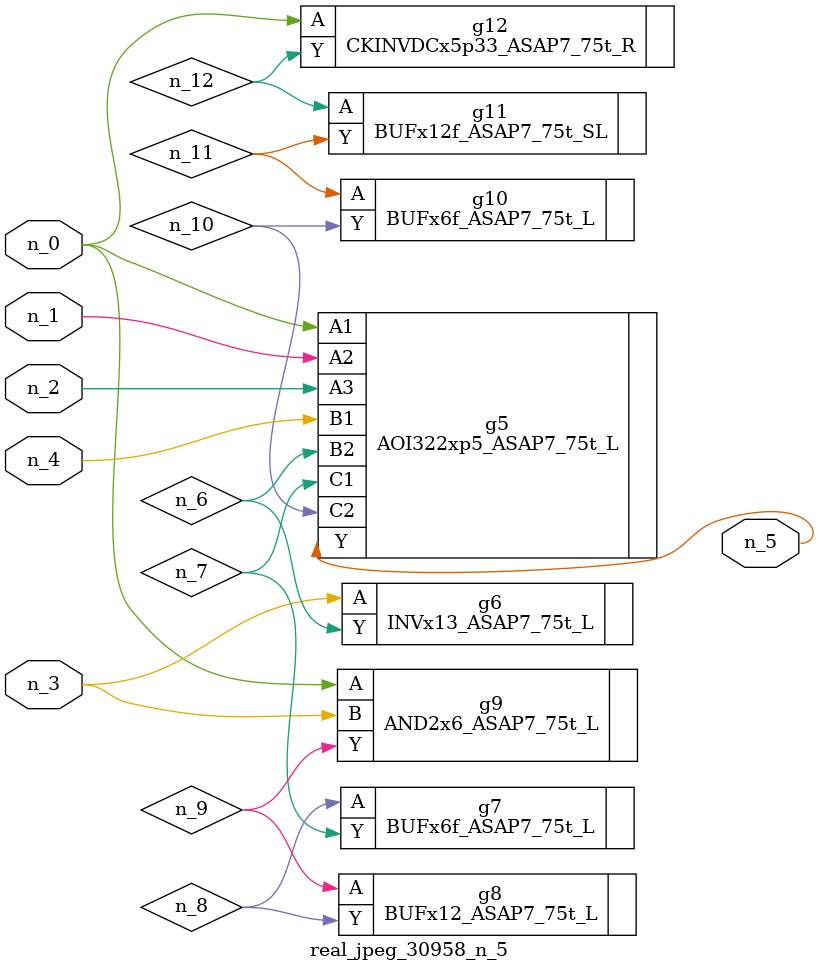
<source format=v>
module real_jpeg_30958_n_5 (n_4, n_0, n_1, n_2, n_3, n_5);

input n_4;
input n_0;
input n_1;
input n_2;
input n_3;

output n_5;

wire n_12;
wire n_8;
wire n_11;
wire n_6;
wire n_7;
wire n_10;
wire n_9;

AOI322xp5_ASAP7_75t_L g5 ( 
.A1(n_0),
.A2(n_1),
.A3(n_2),
.B1(n_4),
.B2(n_6),
.C1(n_7),
.C2(n_10),
.Y(n_5)
);

AND2x6_ASAP7_75t_L g9 ( 
.A(n_0),
.B(n_3),
.Y(n_9)
);

CKINVDCx5p33_ASAP7_75t_R g12 ( 
.A(n_0),
.Y(n_12)
);

INVx13_ASAP7_75t_L g6 ( 
.A(n_3),
.Y(n_6)
);

BUFx6f_ASAP7_75t_L g7 ( 
.A(n_8),
.Y(n_7)
);

BUFx12_ASAP7_75t_L g8 ( 
.A(n_9),
.Y(n_8)
);

BUFx6f_ASAP7_75t_L g10 ( 
.A(n_11),
.Y(n_10)
);

BUFx12f_ASAP7_75t_SL g11 ( 
.A(n_12),
.Y(n_11)
);


endmodule
</source>
